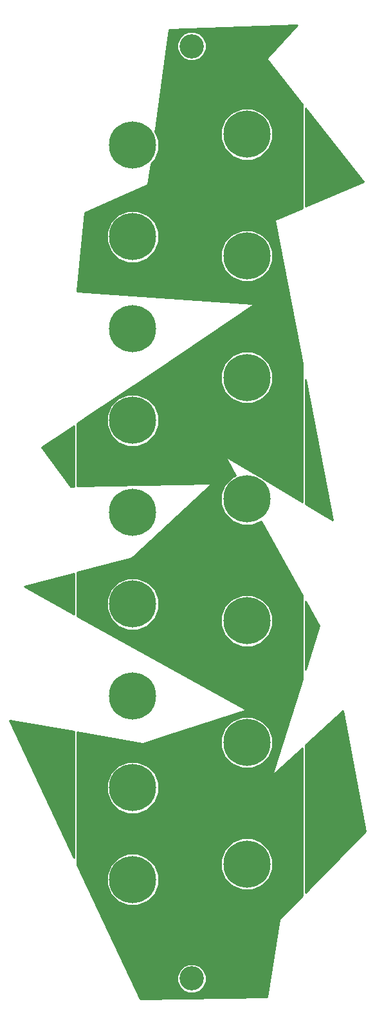
<source format=gbr>
G04 #@! TF.GenerationSoftware,KiCad,Pcbnew,(5.0.0-rc2-47-g52fceb3)*
G04 #@! TF.CreationDate,2018-06-13T16:43:58-05:00*
G04 #@! TF.ProjectId,nearness_att_panel,6E6561726E6573735F6174745F70616E,rev?*
G04 #@! TF.SameCoordinates,Original*
G04 #@! TF.FileFunction,Copper,L1,Top,Signal*
G04 #@! TF.FilePolarity,Positive*
%FSLAX46Y46*%
G04 Gerber Fmt 4.6, Leading zero omitted, Abs format (unit mm)*
G04 Created by KiCad (PCBNEW (5.0.0-rc2-47-g52fceb3)) date Wednesday, June 13, 2018 at 04:43:58 PM*
%MOMM*%
%LPD*%
G01*
G04 APERTURE LIST*
G04 #@! TA.AperFunction,ComponentPad*
%ADD10C,6.200000*%
G04 #@! TD*
G04 #@! TA.AperFunction,ComponentPad*
%ADD11C,3.200000*%
G04 #@! TD*
G04 #@! TA.AperFunction,NonConductor*
%ADD12C,0.254000*%
G04 #@! TD*
G04 APERTURE END LIST*
D10*
G04 #@! TO.P,REF\002A\002A,*
G04 #@! TO.N,*
X7500000Y-15980000D03*
G04 #@! TD*
G04 #@! TO.P,REF\002A\002A,*
G04 #@! TO.N,*
X22500000Y-110456000D03*
G04 #@! TD*
G04 #@! TO.P,REF\002A\002A,*
G04 #@! TO.N,*
X22500000Y-94475000D03*
G04 #@! TD*
G04 #@! TO.P,REF\002A\002A,*
G04 #@! TO.N,*
X22500000Y-78493000D03*
G04 #@! TD*
G04 #@! TO.P,REF\002A\002A,*
G04 #@! TO.N,*
X22500000Y-62512000D03*
G04 #@! TD*
G04 #@! TO.P,REF\002A\002A,*
G04 #@! TO.N,*
X22500000Y-46531000D03*
G04 #@! TD*
G04 #@! TO.P,REF\002A\002A,*
G04 #@! TO.N,*
X22500000Y-30550000D03*
G04 #@! TD*
G04 #@! TO.P,REF\002A\002A,*
G04 #@! TO.N,*
X22500000Y-14569000D03*
G04 #@! TD*
G04 #@! TO.P,REF\002A\002A,*
G04 #@! TO.N,*
X7500000Y-112500000D03*
G04 #@! TD*
G04 #@! TO.P,REF\002A\002A,*
G04 #@! TO.N,*
X7500000Y-100435000D03*
G04 #@! TD*
G04 #@! TO.P,REF\002A\002A,*
G04 #@! TO.N,*
X7500000Y-88370000D03*
G04 #@! TD*
G04 #@! TO.P,REF\002A\002A,*
G04 #@! TO.N,*
X7500000Y-76305000D03*
G04 #@! TD*
G04 #@! TO.P,REF\002A\002A,*
G04 #@! TO.N,*
X7500000Y-64240000D03*
G04 #@! TD*
G04 #@! TO.P,REF\002A\002A,*
G04 #@! TO.N,*
X7500000Y-52175000D03*
G04 #@! TD*
G04 #@! TO.P,REF\002A\002A,*
G04 #@! TO.N,*
X7500000Y-40110000D03*
G04 #@! TD*
G04 #@! TO.P,REF\002A\002A,*
G04 #@! TO.N,*
X7500000Y-28045000D03*
G04 #@! TD*
D11*
G04 #@! TO.P,REF\002A\002A,*
G04 #@! TO.N,*
X15240000Y-3000000D03*
G04 #@! TD*
G04 #@! TO.P,REF\002A\002A,*
G04 #@! TO.N,*
X15240000Y-125500000D03*
G04 #@! TD*
D12*
G36*
X25153722Y-4588067D02*
X25128136Y-4630503D01*
X25120737Y-4679501D01*
X25132652Y-4727600D01*
X25148064Y-4752477D01*
X29798000Y-10620254D01*
X29798000Y-24246256D01*
X26213330Y-25791373D01*
X26172525Y-25819488D01*
X26145586Y-25861079D01*
X26138945Y-25932292D01*
X29798000Y-44709022D01*
X29798000Y-62896225D01*
X24703667Y-59869157D01*
X24441240Y-59606730D01*
X23849581Y-59361657D01*
X20029275Y-57091620D01*
X19982555Y-57075104D01*
X19933072Y-57077725D01*
X19888358Y-57099082D01*
X19855220Y-57135925D01*
X19838704Y-57182645D01*
X19841325Y-57232128D01*
X19853382Y-57262477D01*
X21044067Y-59405709D01*
X20558760Y-59606730D01*
X19594730Y-60570760D01*
X19073000Y-61830327D01*
X19073000Y-63193673D01*
X19594730Y-64453240D01*
X20558760Y-65417270D01*
X21818327Y-65939000D01*
X23181673Y-65939000D01*
X24394563Y-65436604D01*
X29798001Y-75162791D01*
X29798001Y-86192921D01*
X25939295Y-98412156D01*
X25933878Y-98461412D01*
X25947723Y-98508992D01*
X25978723Y-98547651D01*
X26022156Y-98571505D01*
X26071412Y-98576922D01*
X26118992Y-98563077D01*
X26145933Y-98544278D01*
X29798001Y-95216838D01*
X29798001Y-114596155D01*
X26782606Y-117665396D01*
X26755442Y-117706839D01*
X26747749Y-117734624D01*
X25138846Y-127941101D01*
X8462256Y-128142024D01*
X7043482Y-125116696D01*
X13313000Y-125116696D01*
X13313000Y-125883304D01*
X13606368Y-126591558D01*
X14148442Y-127133632D01*
X14856696Y-127427000D01*
X15623304Y-127427000D01*
X16331558Y-127133632D01*
X16873632Y-126591558D01*
X17167000Y-125883304D01*
X17167000Y-125116696D01*
X16873632Y-124408442D01*
X16331558Y-123866368D01*
X15623304Y-123573000D01*
X14856696Y-123573000D01*
X14148442Y-123866368D01*
X13606368Y-124408442D01*
X13313000Y-125116696D01*
X7043482Y-125116696D01*
X807005Y-111818327D01*
X4073000Y-111818327D01*
X4073000Y-113181673D01*
X4594730Y-114441240D01*
X5558760Y-115405270D01*
X6818327Y-115927000D01*
X8181673Y-115927000D01*
X9441240Y-115405270D01*
X10405270Y-114441240D01*
X10927000Y-113181673D01*
X10927000Y-111818327D01*
X10405270Y-110558760D01*
X9620837Y-109774327D01*
X19073000Y-109774327D01*
X19073000Y-111137673D01*
X19594730Y-112397240D01*
X20558760Y-113361270D01*
X21818327Y-113883000D01*
X23181673Y-113883000D01*
X24441240Y-113361270D01*
X25405270Y-112397240D01*
X25927000Y-111137673D01*
X25927000Y-109774327D01*
X25405270Y-108514760D01*
X24441240Y-107550730D01*
X23181673Y-107029000D01*
X21818327Y-107029000D01*
X20558760Y-107550730D01*
X19594730Y-108514760D01*
X19073000Y-109774327D01*
X9620837Y-109774327D01*
X9441240Y-109594730D01*
X8181673Y-109073000D01*
X6818327Y-109073000D01*
X5558760Y-109594730D01*
X4594730Y-110558760D01*
X4073000Y-111818327D01*
X807005Y-111818327D01*
X202000Y-110528244D01*
X202000Y-99753327D01*
X4073000Y-99753327D01*
X4073000Y-101116673D01*
X4594730Y-102376240D01*
X5558760Y-103340270D01*
X6818327Y-103862000D01*
X8181673Y-103862000D01*
X9441240Y-103340270D01*
X10405270Y-102376240D01*
X10927000Y-101116673D01*
X10927000Y-99753327D01*
X10405270Y-98493760D01*
X9441240Y-97529730D01*
X8181673Y-97008000D01*
X6818327Y-97008000D01*
X5558760Y-97529730D01*
X4594730Y-98493760D01*
X4073000Y-99753327D01*
X202000Y-99753327D01*
X202000Y-93136460D01*
X8766822Y-94613153D01*
X8826907Y-94609022D01*
X11390519Y-93793327D01*
X19073000Y-93793327D01*
X19073000Y-95156673D01*
X19594730Y-96416240D01*
X20558760Y-97380270D01*
X21818327Y-97902000D01*
X23181673Y-97902000D01*
X24441240Y-97380270D01*
X25405270Y-96416240D01*
X25927000Y-95156673D01*
X25927000Y-93793327D01*
X25405270Y-92533760D01*
X24441240Y-91569730D01*
X23181673Y-91048000D01*
X21818327Y-91048000D01*
X20558760Y-91569730D01*
X19594730Y-92533760D01*
X19073000Y-93793327D01*
X11390519Y-93793327D01*
X22238107Y-90341822D01*
X22281489Y-90317873D01*
X22312404Y-90279147D01*
X22326145Y-90231537D01*
X22320622Y-90182293D01*
X22296673Y-90138911D01*
X22261277Y-90109782D01*
X202000Y-77854628D01*
X202000Y-75623327D01*
X4073000Y-75623327D01*
X4073000Y-76986673D01*
X4594730Y-78246240D01*
X5558760Y-79210270D01*
X6818327Y-79732000D01*
X8181673Y-79732000D01*
X9441240Y-79210270D01*
X10405270Y-78246240D01*
X10585416Y-77811327D01*
X19073000Y-77811327D01*
X19073000Y-79174673D01*
X19594730Y-80434240D01*
X20558760Y-81398270D01*
X21818327Y-81920000D01*
X23181673Y-81920000D01*
X24441240Y-81398270D01*
X25405270Y-80434240D01*
X25927000Y-79174673D01*
X25927000Y-77811327D01*
X25405270Y-76551760D01*
X24441240Y-75587730D01*
X23181673Y-75066000D01*
X21818327Y-75066000D01*
X20558760Y-75587730D01*
X19594730Y-76551760D01*
X19073000Y-77811327D01*
X10585416Y-77811327D01*
X10927000Y-76986673D01*
X10927000Y-75623327D01*
X10405270Y-74363760D01*
X9441240Y-73399730D01*
X8181673Y-72878000D01*
X6818327Y-72878000D01*
X5558760Y-73399730D01*
X4594730Y-74363760D01*
X4073000Y-75623327D01*
X202000Y-75623327D01*
X202000Y-72152595D01*
X7398831Y-70226683D01*
X7452065Y-70197390D01*
X17815265Y-60646990D01*
X17844453Y-60606945D01*
X17856094Y-60558779D01*
X17848417Y-60509825D01*
X17822590Y-60467535D01*
X17782545Y-60438347D01*
X17726409Y-60426631D01*
X202000Y-60811783D01*
X202000Y-52589767D01*
X1834742Y-51493327D01*
X4073000Y-51493327D01*
X4073000Y-52856673D01*
X4594730Y-54116240D01*
X5558760Y-55080270D01*
X6818327Y-55602000D01*
X8181673Y-55602000D01*
X9441240Y-55080270D01*
X10405270Y-54116240D01*
X10927000Y-52856673D01*
X10927000Y-51493327D01*
X10405270Y-50233760D01*
X9441240Y-49269730D01*
X8181673Y-48748000D01*
X6818327Y-48748000D01*
X5558760Y-49269730D01*
X4594730Y-50233760D01*
X4073000Y-51493327D01*
X1834742Y-51493327D01*
X10239394Y-45849327D01*
X19073000Y-45849327D01*
X19073000Y-47212673D01*
X19594730Y-48472240D01*
X20558760Y-49436270D01*
X21818327Y-49958000D01*
X23181673Y-49958000D01*
X24441240Y-49436270D01*
X25405270Y-48472240D01*
X25927000Y-47212673D01*
X25927000Y-45849327D01*
X25405270Y-44589760D01*
X24441240Y-43625730D01*
X23181673Y-43104000D01*
X21818327Y-43104000D01*
X20558760Y-43625730D01*
X19594730Y-44589760D01*
X19073000Y-45849327D01*
X10239394Y-45849327D01*
X23286402Y-37087833D01*
X23321360Y-37052713D01*
X23340217Y-37006888D01*
X23340102Y-36957335D01*
X23321033Y-36911598D01*
X23285913Y-36876640D01*
X23224490Y-36855712D01*
X202000Y-35240099D01*
X202000Y-35111211D01*
X946989Y-27363327D01*
X4073000Y-27363327D01*
X4073000Y-28726673D01*
X4594730Y-29986240D01*
X5558760Y-30950270D01*
X6818327Y-31472000D01*
X8181673Y-31472000D01*
X9441240Y-30950270D01*
X10405270Y-29986240D01*
X10454111Y-29868327D01*
X19073000Y-29868327D01*
X19073000Y-31231673D01*
X19594730Y-32491240D01*
X20558760Y-33455270D01*
X21818327Y-33977000D01*
X23181673Y-33977000D01*
X24441240Y-33455270D01*
X25405270Y-32491240D01*
X25927000Y-31231673D01*
X25927000Y-29868327D01*
X25405270Y-28608760D01*
X24441240Y-27644730D01*
X23181673Y-27123000D01*
X21818327Y-27123000D01*
X20558760Y-27644730D01*
X19594730Y-28608760D01*
X19073000Y-29868327D01*
X10454111Y-29868327D01*
X10927000Y-28726673D01*
X10927000Y-27363327D01*
X10405270Y-26103760D01*
X9441240Y-25139730D01*
X8181673Y-24618000D01*
X6818327Y-24618000D01*
X5558760Y-25139730D01*
X4594730Y-26103760D01*
X4073000Y-27363327D01*
X946989Y-27363327D01*
X1186085Y-24876732D01*
X9449053Y-21249087D01*
X9489668Y-21220698D01*
X9516327Y-21178927D01*
X9523869Y-21149708D01*
X9888069Y-18438441D01*
X10405270Y-17921240D01*
X10927000Y-16661673D01*
X10927000Y-15298327D01*
X10460998Y-14173300D01*
X10499412Y-13887327D01*
X19073000Y-13887327D01*
X19073000Y-15250673D01*
X19594730Y-16510240D01*
X20558760Y-17474270D01*
X21818327Y-17996000D01*
X23181673Y-17996000D01*
X24441240Y-17474270D01*
X25405270Y-16510240D01*
X25927000Y-15250673D01*
X25927000Y-13887327D01*
X25405270Y-12627760D01*
X24441240Y-11663730D01*
X23181673Y-11142000D01*
X21818327Y-11142000D01*
X20558760Y-11663730D01*
X19594730Y-12627760D01*
X19073000Y-13887327D01*
X10499412Y-13887327D01*
X12013377Y-2616696D01*
X13313000Y-2616696D01*
X13313000Y-3383304D01*
X13606368Y-4091558D01*
X14148442Y-4633632D01*
X14856696Y-4927000D01*
X15623304Y-4927000D01*
X16331558Y-4633632D01*
X16873632Y-4091558D01*
X17167000Y-3383304D01*
X17167000Y-2616696D01*
X16873632Y-1908442D01*
X16331558Y-1366368D01*
X15623304Y-1073000D01*
X14856696Y-1073000D01*
X14148442Y-1366368D01*
X13606368Y-1908442D01*
X13313000Y-2616696D01*
X12013377Y-2616696D01*
X12252799Y-834340D01*
X29116053Y-239167D01*
X25153722Y-4588067D01*
X25153722Y-4588067D01*
G37*
X25153722Y-4588067D02*
X25128136Y-4630503D01*
X25120737Y-4679501D01*
X25132652Y-4727600D01*
X25148064Y-4752477D01*
X29798000Y-10620254D01*
X29798000Y-24246256D01*
X26213330Y-25791373D01*
X26172525Y-25819488D01*
X26145586Y-25861079D01*
X26138945Y-25932292D01*
X29798000Y-44709022D01*
X29798000Y-62896225D01*
X24703667Y-59869157D01*
X24441240Y-59606730D01*
X23849581Y-59361657D01*
X20029275Y-57091620D01*
X19982555Y-57075104D01*
X19933072Y-57077725D01*
X19888358Y-57099082D01*
X19855220Y-57135925D01*
X19838704Y-57182645D01*
X19841325Y-57232128D01*
X19853382Y-57262477D01*
X21044067Y-59405709D01*
X20558760Y-59606730D01*
X19594730Y-60570760D01*
X19073000Y-61830327D01*
X19073000Y-63193673D01*
X19594730Y-64453240D01*
X20558760Y-65417270D01*
X21818327Y-65939000D01*
X23181673Y-65939000D01*
X24394563Y-65436604D01*
X29798001Y-75162791D01*
X29798001Y-86192921D01*
X25939295Y-98412156D01*
X25933878Y-98461412D01*
X25947723Y-98508992D01*
X25978723Y-98547651D01*
X26022156Y-98571505D01*
X26071412Y-98576922D01*
X26118992Y-98563077D01*
X26145933Y-98544278D01*
X29798001Y-95216838D01*
X29798001Y-114596155D01*
X26782606Y-117665396D01*
X26755442Y-117706839D01*
X26747749Y-117734624D01*
X25138846Y-127941101D01*
X8462256Y-128142024D01*
X7043482Y-125116696D01*
X13313000Y-125116696D01*
X13313000Y-125883304D01*
X13606368Y-126591558D01*
X14148442Y-127133632D01*
X14856696Y-127427000D01*
X15623304Y-127427000D01*
X16331558Y-127133632D01*
X16873632Y-126591558D01*
X17167000Y-125883304D01*
X17167000Y-125116696D01*
X16873632Y-124408442D01*
X16331558Y-123866368D01*
X15623304Y-123573000D01*
X14856696Y-123573000D01*
X14148442Y-123866368D01*
X13606368Y-124408442D01*
X13313000Y-125116696D01*
X7043482Y-125116696D01*
X807005Y-111818327D01*
X4073000Y-111818327D01*
X4073000Y-113181673D01*
X4594730Y-114441240D01*
X5558760Y-115405270D01*
X6818327Y-115927000D01*
X8181673Y-115927000D01*
X9441240Y-115405270D01*
X10405270Y-114441240D01*
X10927000Y-113181673D01*
X10927000Y-111818327D01*
X10405270Y-110558760D01*
X9620837Y-109774327D01*
X19073000Y-109774327D01*
X19073000Y-111137673D01*
X19594730Y-112397240D01*
X20558760Y-113361270D01*
X21818327Y-113883000D01*
X23181673Y-113883000D01*
X24441240Y-113361270D01*
X25405270Y-112397240D01*
X25927000Y-111137673D01*
X25927000Y-109774327D01*
X25405270Y-108514760D01*
X24441240Y-107550730D01*
X23181673Y-107029000D01*
X21818327Y-107029000D01*
X20558760Y-107550730D01*
X19594730Y-108514760D01*
X19073000Y-109774327D01*
X9620837Y-109774327D01*
X9441240Y-109594730D01*
X8181673Y-109073000D01*
X6818327Y-109073000D01*
X5558760Y-109594730D01*
X4594730Y-110558760D01*
X4073000Y-111818327D01*
X807005Y-111818327D01*
X202000Y-110528244D01*
X202000Y-99753327D01*
X4073000Y-99753327D01*
X4073000Y-101116673D01*
X4594730Y-102376240D01*
X5558760Y-103340270D01*
X6818327Y-103862000D01*
X8181673Y-103862000D01*
X9441240Y-103340270D01*
X10405270Y-102376240D01*
X10927000Y-101116673D01*
X10927000Y-99753327D01*
X10405270Y-98493760D01*
X9441240Y-97529730D01*
X8181673Y-97008000D01*
X6818327Y-97008000D01*
X5558760Y-97529730D01*
X4594730Y-98493760D01*
X4073000Y-99753327D01*
X202000Y-99753327D01*
X202000Y-93136460D01*
X8766822Y-94613153D01*
X8826907Y-94609022D01*
X11390519Y-93793327D01*
X19073000Y-93793327D01*
X19073000Y-95156673D01*
X19594730Y-96416240D01*
X20558760Y-97380270D01*
X21818327Y-97902000D01*
X23181673Y-97902000D01*
X24441240Y-97380270D01*
X25405270Y-96416240D01*
X25927000Y-95156673D01*
X25927000Y-93793327D01*
X25405270Y-92533760D01*
X24441240Y-91569730D01*
X23181673Y-91048000D01*
X21818327Y-91048000D01*
X20558760Y-91569730D01*
X19594730Y-92533760D01*
X19073000Y-93793327D01*
X11390519Y-93793327D01*
X22238107Y-90341822D01*
X22281489Y-90317873D01*
X22312404Y-90279147D01*
X22326145Y-90231537D01*
X22320622Y-90182293D01*
X22296673Y-90138911D01*
X22261277Y-90109782D01*
X202000Y-77854628D01*
X202000Y-75623327D01*
X4073000Y-75623327D01*
X4073000Y-76986673D01*
X4594730Y-78246240D01*
X5558760Y-79210270D01*
X6818327Y-79732000D01*
X8181673Y-79732000D01*
X9441240Y-79210270D01*
X10405270Y-78246240D01*
X10585416Y-77811327D01*
X19073000Y-77811327D01*
X19073000Y-79174673D01*
X19594730Y-80434240D01*
X20558760Y-81398270D01*
X21818327Y-81920000D01*
X23181673Y-81920000D01*
X24441240Y-81398270D01*
X25405270Y-80434240D01*
X25927000Y-79174673D01*
X25927000Y-77811327D01*
X25405270Y-76551760D01*
X24441240Y-75587730D01*
X23181673Y-75066000D01*
X21818327Y-75066000D01*
X20558760Y-75587730D01*
X19594730Y-76551760D01*
X19073000Y-77811327D01*
X10585416Y-77811327D01*
X10927000Y-76986673D01*
X10927000Y-75623327D01*
X10405270Y-74363760D01*
X9441240Y-73399730D01*
X8181673Y-72878000D01*
X6818327Y-72878000D01*
X5558760Y-73399730D01*
X4594730Y-74363760D01*
X4073000Y-75623327D01*
X202000Y-75623327D01*
X202000Y-72152595D01*
X7398831Y-70226683D01*
X7452065Y-70197390D01*
X17815265Y-60646990D01*
X17844453Y-60606945D01*
X17856094Y-60558779D01*
X17848417Y-60509825D01*
X17822590Y-60467535D01*
X17782545Y-60438347D01*
X17726409Y-60426631D01*
X202000Y-60811783D01*
X202000Y-52589767D01*
X1834742Y-51493327D01*
X4073000Y-51493327D01*
X4073000Y-52856673D01*
X4594730Y-54116240D01*
X5558760Y-55080270D01*
X6818327Y-55602000D01*
X8181673Y-55602000D01*
X9441240Y-55080270D01*
X10405270Y-54116240D01*
X10927000Y-52856673D01*
X10927000Y-51493327D01*
X10405270Y-50233760D01*
X9441240Y-49269730D01*
X8181673Y-48748000D01*
X6818327Y-48748000D01*
X5558760Y-49269730D01*
X4594730Y-50233760D01*
X4073000Y-51493327D01*
X1834742Y-51493327D01*
X10239394Y-45849327D01*
X19073000Y-45849327D01*
X19073000Y-47212673D01*
X19594730Y-48472240D01*
X20558760Y-49436270D01*
X21818327Y-49958000D01*
X23181673Y-49958000D01*
X24441240Y-49436270D01*
X25405270Y-48472240D01*
X25927000Y-47212673D01*
X25927000Y-45849327D01*
X25405270Y-44589760D01*
X24441240Y-43625730D01*
X23181673Y-43104000D01*
X21818327Y-43104000D01*
X20558760Y-43625730D01*
X19594730Y-44589760D01*
X19073000Y-45849327D01*
X10239394Y-45849327D01*
X23286402Y-37087833D01*
X23321360Y-37052713D01*
X23340217Y-37006888D01*
X23340102Y-36957335D01*
X23321033Y-36911598D01*
X23285913Y-36876640D01*
X23224490Y-36855712D01*
X202000Y-35240099D01*
X202000Y-35111211D01*
X946989Y-27363327D01*
X4073000Y-27363327D01*
X4073000Y-28726673D01*
X4594730Y-29986240D01*
X5558760Y-30950270D01*
X6818327Y-31472000D01*
X8181673Y-31472000D01*
X9441240Y-30950270D01*
X10405270Y-29986240D01*
X10454111Y-29868327D01*
X19073000Y-29868327D01*
X19073000Y-31231673D01*
X19594730Y-32491240D01*
X20558760Y-33455270D01*
X21818327Y-33977000D01*
X23181673Y-33977000D01*
X24441240Y-33455270D01*
X25405270Y-32491240D01*
X25927000Y-31231673D01*
X25927000Y-29868327D01*
X25405270Y-28608760D01*
X24441240Y-27644730D01*
X23181673Y-27123000D01*
X21818327Y-27123000D01*
X20558760Y-27644730D01*
X19594730Y-28608760D01*
X19073000Y-29868327D01*
X10454111Y-29868327D01*
X10927000Y-28726673D01*
X10927000Y-27363327D01*
X10405270Y-26103760D01*
X9441240Y-25139730D01*
X8181673Y-24618000D01*
X6818327Y-24618000D01*
X5558760Y-25139730D01*
X4594730Y-26103760D01*
X4073000Y-27363327D01*
X946989Y-27363327D01*
X1186085Y-24876732D01*
X9449053Y-21249087D01*
X9489668Y-21220698D01*
X9516327Y-21178927D01*
X9523869Y-21149708D01*
X9888069Y-18438441D01*
X10405270Y-17921240D01*
X10927000Y-16661673D01*
X10927000Y-15298327D01*
X10460998Y-14173300D01*
X10499412Y-13887327D01*
X19073000Y-13887327D01*
X19073000Y-15250673D01*
X19594730Y-16510240D01*
X20558760Y-17474270D01*
X21818327Y-17996000D01*
X23181673Y-17996000D01*
X24441240Y-17474270D01*
X25405270Y-16510240D01*
X25927000Y-15250673D01*
X25927000Y-13887327D01*
X25405270Y-12627760D01*
X24441240Y-11663730D01*
X23181673Y-11142000D01*
X21818327Y-11142000D01*
X20558760Y-11663730D01*
X19594730Y-12627760D01*
X19073000Y-13887327D01*
X10499412Y-13887327D01*
X12013377Y-2616696D01*
X13313000Y-2616696D01*
X13313000Y-3383304D01*
X13606368Y-4091558D01*
X14148442Y-4633632D01*
X14856696Y-4927000D01*
X15623304Y-4927000D01*
X16331558Y-4633632D01*
X16873632Y-4091558D01*
X17167000Y-3383304D01*
X17167000Y-2616696D01*
X16873632Y-1908442D01*
X16331558Y-1366368D01*
X15623304Y-1073000D01*
X14856696Y-1073000D01*
X14148442Y-1366368D01*
X13606368Y-1908442D01*
X13313000Y-2616696D01*
X12013377Y-2616696D01*
X12252799Y-834340D01*
X29116053Y-239167D01*
X25153722Y-4588067D01*
G36*
X38115232Y-106130401D02*
X30202000Y-114184941D01*
X30202000Y-94848750D01*
X35122006Y-90366078D01*
X38115232Y-106130401D01*
X38115232Y-106130401D01*
G37*
X38115232Y-106130401D02*
X30202000Y-114184941D01*
X30202000Y-94848750D01*
X35122006Y-90366078D01*
X38115232Y-106130401D01*
G36*
X-201999Y-93066805D02*
X-201999Y-109666775D01*
X-8671635Y-91606523D01*
X-201999Y-93066805D01*
X-201999Y-93066805D01*
G37*
X-201999Y-93066805D02*
X-201999Y-109666775D01*
X-8671635Y-91606523D01*
X-201999Y-93066805D01*
G36*
X32018832Y-79160288D02*
X30202000Y-84913590D01*
X30202000Y-75889990D01*
X32018832Y-79160288D01*
X32018832Y-79160288D01*
G37*
X32018832Y-79160288D02*
X30202000Y-84913590D01*
X30202000Y-75889990D01*
X32018832Y-79160288D01*
G36*
X-201999Y-77630184D02*
X-6724994Y-74006298D01*
X-201999Y-72260708D01*
X-201999Y-77630184D01*
X-201999Y-77630184D01*
G37*
X-201999Y-77630184D02*
X-6724994Y-74006298D01*
X-201999Y-72260708D01*
X-201999Y-77630184D01*
G36*
X33806309Y-65277973D02*
X30202000Y-63136282D01*
X30202000Y-46782178D01*
X33806309Y-65277973D01*
X33806309Y-65277973D01*
G37*
X33806309Y-65277973D02*
X30202000Y-63136282D01*
X30202000Y-46782178D01*
X33806309Y-65277973D01*
G36*
X-202000Y-60820662D02*
X-698552Y-60831575D01*
X-4442292Y-55708562D01*
X-202000Y-52861066D01*
X-202000Y-60820662D01*
X-202000Y-60820662D01*
G37*
X-202000Y-60820662D02*
X-698552Y-60831575D01*
X-4442292Y-55708562D01*
X-202000Y-52861066D01*
X-202000Y-60820662D01*
G36*
X37846725Y-20776978D02*
X30202000Y-24072118D01*
X30202000Y-11130063D01*
X37846725Y-20776978D01*
X37846725Y-20776978D01*
G37*
X37846725Y-20776978D02*
X30202000Y-24072118D01*
X30202000Y-11130063D01*
X37846725Y-20776978D01*
M02*

</source>
